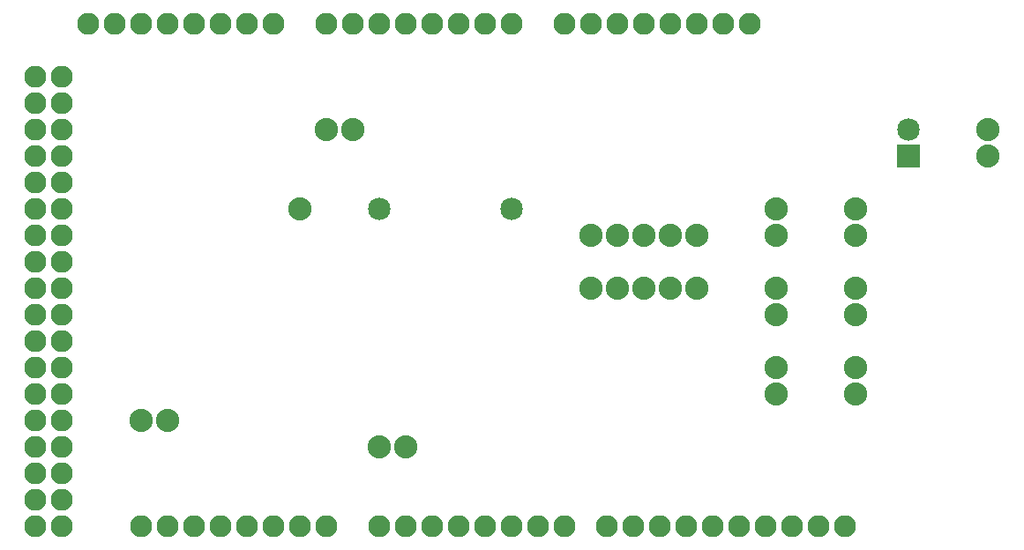
<source format=gbs>
G04 MADE WITH FRITZING*
G04 WWW.FRITZING.ORG*
G04 DOUBLE SIDED*
G04 HOLES PLATED*
G04 CONTOUR ON CENTER OF CONTOUR VECTOR*
%ASAXBY*%
%FSLAX23Y23*%
%MOIN*%
%OFA0B0*%
%SFA1.0B1.0*%
%ADD10C,0.082917*%
%ADD11C,0.085000*%
%ADD12C,0.088000*%
%ADD13R,0.085000X0.085000*%
%LNMASK0*%
G90*
G70*
G54D10*
X1003Y2013D03*
X2603Y2013D03*
X903Y2013D03*
X803Y2013D03*
X703Y2013D03*
X603Y2013D03*
X303Y613D03*
X503Y2013D03*
X403Y2013D03*
X2563Y113D03*
X2003Y2013D03*
X1903Y2013D03*
X1803Y2013D03*
X1703Y2013D03*
X303Y1413D03*
X1603Y2013D03*
X1503Y2013D03*
X1403Y2013D03*
X1303Y2013D03*
X1803Y113D03*
X303Y213D03*
X303Y1013D03*
X303Y1813D03*
X2963Y113D03*
X2203Y2013D03*
X2203Y113D03*
X303Y413D03*
X303Y813D03*
X303Y1213D03*
X603Y113D03*
X303Y1613D03*
X703Y113D03*
X803Y113D03*
X903Y113D03*
X1003Y113D03*
X1103Y113D03*
X1203Y113D03*
X1303Y113D03*
X3163Y113D03*
X2763Y113D03*
X2363Y113D03*
X2803Y2013D03*
X2403Y2013D03*
X1603Y113D03*
X2003Y113D03*
X303Y113D03*
X303Y313D03*
X303Y513D03*
X303Y713D03*
X303Y913D03*
X303Y1113D03*
X303Y1313D03*
X303Y1513D03*
X303Y1713D03*
X3263Y113D03*
X3063Y113D03*
X2863Y113D03*
X2663Y113D03*
X2463Y113D03*
X2903Y2013D03*
X2703Y2013D03*
X2503Y2013D03*
X2303Y2013D03*
X1503Y113D03*
X1703Y113D03*
X1903Y113D03*
X2103Y113D03*
X203Y113D03*
X203Y213D03*
X203Y313D03*
X203Y413D03*
X203Y513D03*
X203Y613D03*
X203Y713D03*
X203Y813D03*
X203Y913D03*
X203Y1013D03*
X203Y1113D03*
X203Y1213D03*
X203Y1313D03*
X203Y1413D03*
X203Y1513D03*
X203Y1613D03*
X203Y1713D03*
X203Y1813D03*
X1103Y2013D03*
G54D11*
X2003Y1313D03*
X1503Y1313D03*
X3503Y1513D03*
X3503Y1613D03*
G54D12*
X3003Y1313D03*
X3003Y1213D03*
X3003Y1313D03*
X3003Y1213D03*
X3003Y1013D03*
X3003Y913D03*
X3003Y1013D03*
X3003Y913D03*
X3003Y713D03*
X3003Y613D03*
X3003Y713D03*
X3003Y613D03*
X3303Y1313D03*
X3303Y1213D03*
X3303Y1313D03*
X3303Y1213D03*
X3303Y1013D03*
X3303Y913D03*
X3303Y1013D03*
X3303Y913D03*
X3303Y713D03*
X3303Y613D03*
X3303Y713D03*
X3303Y613D03*
X1603Y413D03*
X1503Y413D03*
X1603Y413D03*
X1503Y413D03*
X1403Y1613D03*
X1303Y1613D03*
X1403Y1613D03*
X1303Y1613D03*
X1203Y1313D03*
X1203Y1313D03*
X2703Y1213D03*
X2603Y1213D03*
X2503Y1213D03*
X2403Y1213D03*
X2303Y1213D03*
X2703Y1013D03*
X2603Y1013D03*
X2503Y1013D03*
X2403Y1013D03*
X2303Y1013D03*
X3803Y1613D03*
X3803Y1513D03*
X3803Y1613D03*
X3803Y1513D03*
X703Y513D03*
X603Y513D03*
X703Y513D03*
X603Y513D03*
G54D13*
X3503Y1513D03*
G04 End of Mask0*
M02*
</source>
